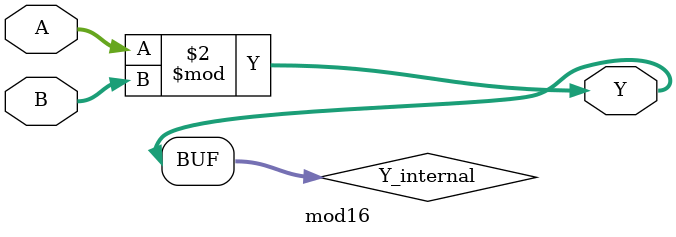
<source format=v>
`timescale 1ns / 1ps


module mod16
    #(parameter data_width = 16)
    (
        input [data_width-1:0] A,
        input [data_width-1:0] B,
        output [data_width-1:0] Y
    );
        
        reg [data_width-1:0] Y_internal;
        
        always @(*) begin
            Y_internal = A % B;
        end
        
        assign Y = Y_internal;
endmodule

</source>
